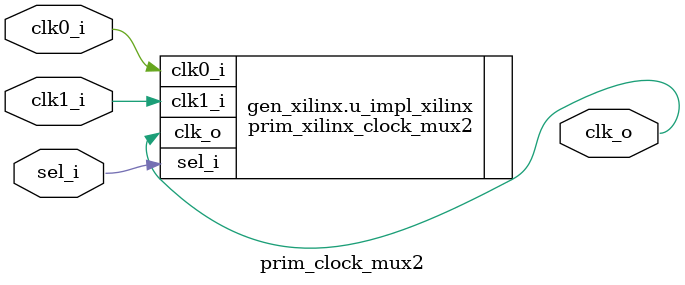
<source format=v>
module prim_clock_mux2 (
	clk0_i,
	clk1_i,
	sel_i,
	clk_o
);
	localparam prim_pkg_ImplXilinx = 1;
	input clk0_i;
	input clk1_i;
	input sel_i;
	output wire clk_o;
	parameter integer Impl = prim_pkg_ImplXilinx;
	generate
		if (Impl == prim_pkg_ImplXilinx) begin : gen_xilinx
			prim_xilinx_clock_mux2 u_impl_xilinx(
                                .clk0_i(clk0_i),
                                .clk1_i(clk1_i),
                                .sel_i(sel_i),
                                .clk_o(clk_o)
                        );
		end
		else begin : gen_generic
			prim_generic_clock_mux2 u_impl_generic(
                                .clk0_i(clk0_i),
                                .clk1_i(clk1_i),
                                .sel_i(sel_i),
                                .clk_o(clk_o)
                        );
		end
	endgenerate
endmodule

</source>
